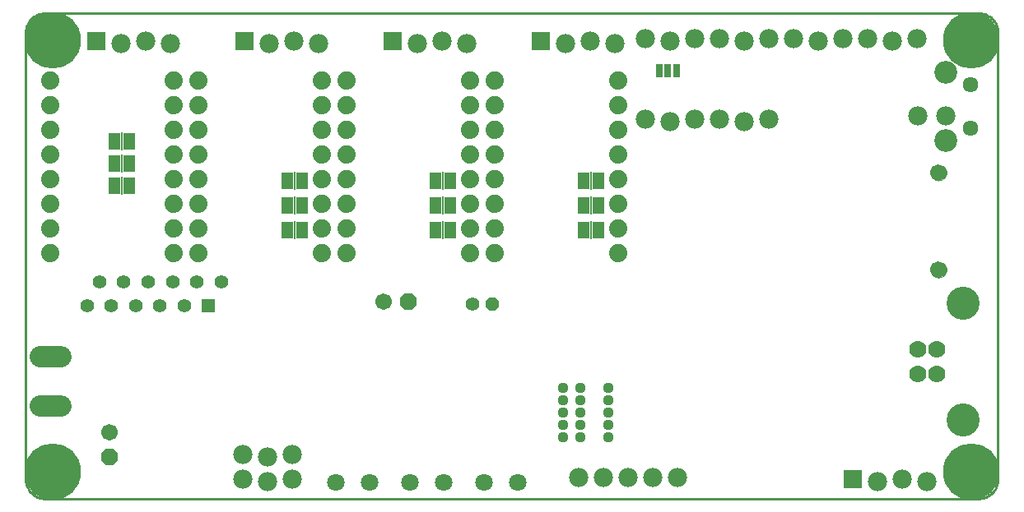
<source format=gbs>
G75*
G70*
%OFA0B0*%
%FSLAX24Y24*%
%IPPOS*%
%LPD*%
%AMOC8*
5,1,8,0,0,1.08239X$1,22.5*
%
%ADD10C,0.0100*%
%ADD11C,0.0700*%
%ADD12C,0.1340*%
%ADD13C,0.0926*%
%ADD14C,0.0634*%
%ADD15C,0.0780*%
%ADD16C,0.0000*%
%ADD17C,0.0670*%
%ADD18C,0.0740*%
%ADD19R,0.0780X0.0780*%
%ADD20R,0.0500X0.0670*%
%ADD21R,0.0060X0.0720*%
%ADD22C,0.0709*%
%ADD23R,0.0290X0.0540*%
%ADD24R,0.0555X0.0555*%
%ADD25C,0.0555*%
%ADD26C,0.0865*%
%ADD27C,0.0440*%
%ADD28OC8,0.0670*%
%ADD29C,0.0670*%
%ADD30OC8,0.0560*%
%ADD31C,0.0560*%
%ADD32C,0.2290*%
D10*
X003080Y001725D02*
X003080Y019835D01*
X003082Y019889D01*
X003087Y019942D01*
X003096Y019995D01*
X003109Y020047D01*
X003125Y020099D01*
X003145Y020149D01*
X003168Y020197D01*
X003195Y020244D01*
X003224Y020289D01*
X003257Y020332D01*
X003292Y020372D01*
X003330Y020410D01*
X003370Y020445D01*
X003413Y020478D01*
X003458Y020507D01*
X003505Y020534D01*
X003553Y020557D01*
X003603Y020577D01*
X003655Y020593D01*
X003707Y020606D01*
X003760Y020615D01*
X003813Y020620D01*
X003867Y020622D01*
X041663Y020622D01*
X041717Y020620D01*
X041770Y020615D01*
X041823Y020606D01*
X041875Y020593D01*
X041927Y020577D01*
X041977Y020557D01*
X042025Y020534D01*
X042072Y020507D01*
X042117Y020478D01*
X042160Y020445D01*
X042200Y020410D01*
X042238Y020372D01*
X042273Y020332D01*
X042306Y020289D01*
X042335Y020244D01*
X042362Y020197D01*
X042385Y020149D01*
X042405Y020099D01*
X042421Y020047D01*
X042434Y019995D01*
X042443Y019942D01*
X042448Y019889D01*
X042450Y019835D01*
X042450Y001725D01*
X042448Y001671D01*
X042443Y001618D01*
X042434Y001565D01*
X042421Y001513D01*
X042405Y001461D01*
X042385Y001411D01*
X042362Y001363D01*
X042335Y001316D01*
X042306Y001271D01*
X042273Y001228D01*
X042238Y001188D01*
X042200Y001150D01*
X042160Y001115D01*
X042117Y001082D01*
X042072Y001053D01*
X042025Y001026D01*
X041977Y001003D01*
X041927Y000983D01*
X041875Y000967D01*
X041823Y000954D01*
X041770Y000945D01*
X041717Y000940D01*
X041663Y000938D01*
X041663Y000937D02*
X003867Y000937D01*
X003867Y000938D02*
X003813Y000940D01*
X003760Y000945D01*
X003707Y000954D01*
X003655Y000967D01*
X003603Y000983D01*
X003553Y001003D01*
X003505Y001026D01*
X003458Y001053D01*
X003413Y001082D01*
X003370Y001115D01*
X003330Y001150D01*
X003292Y001188D01*
X003257Y001228D01*
X003224Y001271D01*
X003195Y001316D01*
X003168Y001363D01*
X003145Y001411D01*
X003125Y001461D01*
X003109Y001513D01*
X003096Y001565D01*
X003087Y001618D01*
X003082Y001671D01*
X003080Y001725D01*
D11*
X039200Y005995D03*
X039980Y005995D03*
X039980Y006979D03*
X039200Y006979D03*
D12*
X041050Y008857D03*
X041050Y004117D03*
D13*
X040346Y015459D03*
X040346Y018215D03*
D14*
X041330Y017723D03*
X041330Y015951D03*
D15*
X040350Y016467D03*
X039210Y016467D03*
X033168Y016337D03*
X032168Y016237D03*
X031168Y016337D03*
X030168Y016337D03*
X029168Y016237D03*
X028168Y016337D03*
X026930Y019387D03*
X025930Y019487D03*
X024930Y019387D03*
X028168Y019587D03*
X029168Y019487D03*
X030168Y019587D03*
X031168Y019587D03*
X032168Y019487D03*
X033168Y019587D03*
X034168Y019587D03*
X035168Y019487D03*
X036168Y019587D03*
X037168Y019587D03*
X038168Y019487D03*
X039168Y019587D03*
X020930Y019387D03*
X019930Y019487D03*
X018930Y019387D03*
X014930Y019387D03*
X013930Y019487D03*
X012930Y019387D03*
X008930Y019387D03*
X007930Y019487D03*
X006930Y019387D03*
X011880Y002737D03*
X012880Y002637D03*
X013880Y002737D03*
X013880Y001737D03*
X012880Y001637D03*
X011880Y001737D03*
X025480Y001787D03*
X026480Y001787D03*
X027480Y001787D03*
X028480Y001787D03*
X029480Y001787D03*
X037580Y001637D03*
X038580Y001737D03*
X039580Y001637D03*
D16*
X039739Y010219D02*
X039741Y010254D01*
X039747Y010289D01*
X039757Y010323D01*
X039770Y010356D01*
X039787Y010387D01*
X039808Y010415D01*
X039831Y010442D01*
X039858Y010465D01*
X039886Y010486D01*
X039917Y010503D01*
X039950Y010516D01*
X039984Y010526D01*
X040019Y010532D01*
X040054Y010534D01*
X040089Y010532D01*
X040124Y010526D01*
X040158Y010516D01*
X040191Y010503D01*
X040222Y010486D01*
X040250Y010465D01*
X040277Y010442D01*
X040300Y010415D01*
X040321Y010387D01*
X040338Y010356D01*
X040351Y010323D01*
X040361Y010289D01*
X040367Y010254D01*
X040369Y010219D01*
X040367Y010184D01*
X040361Y010149D01*
X040351Y010115D01*
X040338Y010082D01*
X040321Y010051D01*
X040300Y010023D01*
X040277Y009996D01*
X040250Y009973D01*
X040222Y009952D01*
X040191Y009935D01*
X040158Y009922D01*
X040124Y009912D01*
X040089Y009906D01*
X040054Y009904D01*
X040019Y009906D01*
X039984Y009912D01*
X039950Y009922D01*
X039917Y009935D01*
X039886Y009952D01*
X039858Y009973D01*
X039831Y009996D01*
X039808Y010023D01*
X039787Y010051D01*
X039770Y010082D01*
X039757Y010115D01*
X039747Y010149D01*
X039741Y010184D01*
X039739Y010219D01*
X039739Y014156D02*
X039741Y014191D01*
X039747Y014226D01*
X039757Y014260D01*
X039770Y014293D01*
X039787Y014324D01*
X039808Y014352D01*
X039831Y014379D01*
X039858Y014402D01*
X039886Y014423D01*
X039917Y014440D01*
X039950Y014453D01*
X039984Y014463D01*
X040019Y014469D01*
X040054Y014471D01*
X040089Y014469D01*
X040124Y014463D01*
X040158Y014453D01*
X040191Y014440D01*
X040222Y014423D01*
X040250Y014402D01*
X040277Y014379D01*
X040300Y014352D01*
X040321Y014324D01*
X040338Y014293D01*
X040351Y014260D01*
X040361Y014226D01*
X040367Y014191D01*
X040369Y014156D01*
X040367Y014121D01*
X040361Y014086D01*
X040351Y014052D01*
X040338Y014019D01*
X040321Y013988D01*
X040300Y013960D01*
X040277Y013933D01*
X040250Y013910D01*
X040222Y013889D01*
X040191Y013872D01*
X040158Y013859D01*
X040124Y013849D01*
X040089Y013843D01*
X040054Y013841D01*
X040019Y013843D01*
X039984Y013849D01*
X039950Y013859D01*
X039917Y013872D01*
X039886Y013889D01*
X039858Y013910D01*
X039831Y013933D01*
X039808Y013960D01*
X039787Y013988D01*
X039770Y014019D01*
X039757Y014052D01*
X039747Y014086D01*
X039741Y014121D01*
X039739Y014156D01*
D17*
X040054Y014156D03*
X040054Y010219D03*
D18*
X027080Y010887D03*
X027080Y011887D03*
X027080Y012887D03*
X027080Y013887D03*
X027080Y014887D03*
X027080Y015887D03*
X027080Y016887D03*
X027080Y017887D03*
X022080Y017887D03*
X021080Y017887D03*
X021080Y016887D03*
X022080Y016887D03*
X022080Y015887D03*
X021080Y015887D03*
X021080Y014887D03*
X022080Y014887D03*
X022080Y013887D03*
X021080Y013887D03*
X021080Y012887D03*
X022080Y012887D03*
X022080Y011887D03*
X021080Y011887D03*
X021080Y010887D03*
X022080Y010887D03*
X016080Y010887D03*
X015080Y010887D03*
X015080Y011887D03*
X016080Y011887D03*
X016080Y012887D03*
X015080Y012887D03*
X015080Y013887D03*
X016080Y013887D03*
X016080Y014887D03*
X015080Y014887D03*
X015080Y015887D03*
X016080Y015887D03*
X016080Y016887D03*
X015080Y016887D03*
X015080Y017887D03*
X016080Y017887D03*
X010080Y017887D03*
X009080Y017887D03*
X009080Y016887D03*
X010080Y016887D03*
X010080Y015887D03*
X009080Y015887D03*
X009080Y014887D03*
X010080Y014887D03*
X010080Y013887D03*
X009080Y013887D03*
X009080Y012887D03*
X010080Y012887D03*
X010080Y011887D03*
X009080Y011887D03*
X009080Y010887D03*
X010080Y010887D03*
X004080Y010887D03*
X004080Y011887D03*
X004080Y012887D03*
X004080Y013887D03*
X004080Y014887D03*
X004080Y015887D03*
X004080Y016887D03*
X004080Y017887D03*
D19*
X005930Y019487D03*
X011930Y019487D03*
X017930Y019487D03*
X023930Y019487D03*
X036580Y001737D03*
D20*
X026280Y011837D03*
X025680Y011837D03*
X025680Y012837D03*
X026280Y012837D03*
X026280Y013837D03*
X025680Y013837D03*
X020280Y013837D03*
X019680Y013837D03*
X019680Y012837D03*
X020280Y012837D03*
X020280Y011837D03*
X019680Y011837D03*
X014280Y011837D03*
X013680Y011837D03*
X013680Y012837D03*
X014280Y012837D03*
X014280Y013837D03*
X013680Y013837D03*
X007280Y013637D03*
X006680Y013637D03*
X006680Y014537D03*
X007280Y014537D03*
X007280Y015437D03*
X006680Y015437D03*
D21*
X006980Y015437D03*
X006980Y014537D03*
X006980Y013637D03*
X013980Y013837D03*
X013980Y012837D03*
X013980Y011837D03*
X019980Y011837D03*
X019980Y012837D03*
X019980Y013837D03*
X025980Y013837D03*
X025980Y012837D03*
X025980Y011837D03*
D22*
X023019Y001598D03*
X021641Y001598D03*
X020019Y001598D03*
X018641Y001598D03*
X017019Y001598D03*
X015641Y001598D03*
D23*
X028730Y018287D03*
X029080Y018287D03*
X029430Y018287D03*
D24*
X010487Y008745D03*
D25*
X009503Y008745D03*
X008519Y008745D03*
X007535Y008745D03*
X006550Y008745D03*
X005566Y008745D03*
X006074Y009729D03*
X007058Y009729D03*
X008043Y009729D03*
X009027Y009729D03*
X010011Y009729D03*
X010995Y009729D03*
D26*
X004493Y006687D02*
X003668Y006687D01*
X003668Y004687D02*
X004493Y004687D01*
D27*
X024830Y004437D03*
X025530Y004437D03*
X025530Y004937D03*
X024830Y004937D03*
X024830Y005437D03*
X025530Y005437D03*
X026680Y005437D03*
X026680Y004937D03*
X026680Y004437D03*
X026680Y003937D03*
X026680Y003437D03*
X025530Y003437D03*
X024830Y003437D03*
X024830Y003937D03*
X025530Y003937D03*
D28*
X018580Y008937D03*
X006480Y002637D03*
D29*
X006480Y003637D03*
X017580Y008937D03*
D30*
X021980Y008837D03*
D31*
X021180Y008837D03*
D32*
X004180Y002037D03*
X041380Y002037D03*
X041380Y019537D03*
X004180Y019537D03*
M02*

</source>
